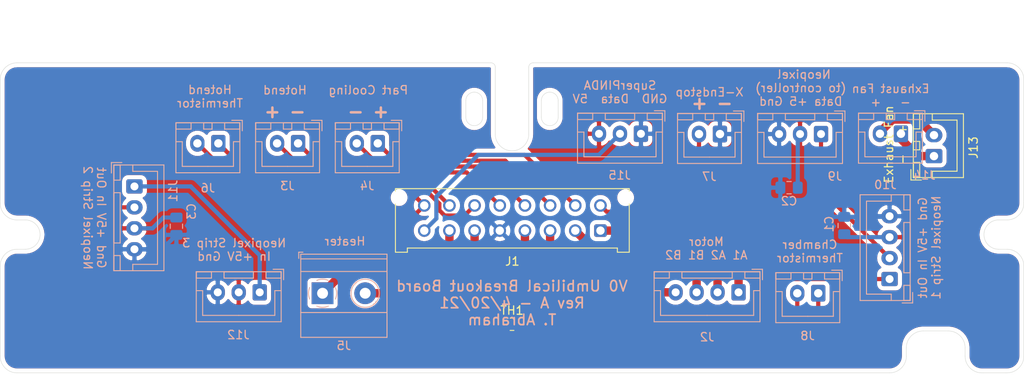
<source format=kicad_pcb>
(kicad_pcb (version 20171130) (host pcbnew "(5.1.10-1-10_14)")
  (layers (0 F.Cu signal) (31 B.Cu signal) (34 B.Paste user) (35 F.Paste user) (36 B.SilkS user) (37 F.SilkS user) (38 B.Mask user) (39 F.Mask user) (44 Edge.Cuts user))
  (net 0 "")
  (net 1 "Net-(J1-Pad14)")
  (net 2 "Net-(J1-Pad7)")
  (net 3 "Net-(J1-Pad6)")
  (net 4 "Net-(J8-Pad2)")
  (net 5 "Net-(J8-Pad1)")
  (net 6 /Hotend_Fan+)
  (net 7 /Hotend_Fan-)
  (net 8 /PartFan-)
  (net 9 /PartFan+)
  (net 10 /B2)
  (net 11 /B1)
  (net 12 /A2)
  (net 13 /A1)
  (net 14 Ground)
  (net 15 5V)
  (net 16 Data)
  (net 17 DataIn2)
  (net 18 DataOut2)
  (net 19 "Net-(J1-Pad15)")
  (net 20 "Net-(J1-Pad9)")
  (net 21 /Z-Endstop)
  (net 22 /ExhaustFan+)
  (net 23 /ExhaustFan-)
  (module Connector_JST:JST_XH_B4B-XH-A_1x04_P2.50mm_Vertical (layer B.Cu) (at 145 107.306 90)
    (fp_text reference J10 (at 11.25 -0.5 180) (layer B.SilkS) (effects (justify mirror)))
    (fp_text value "Neopixel Strip 1")
    (pad 4 thru_hole oval (at 7.5 0 90) (size 1.7 1.95) (drill 0.95) (layers *.Cu *.Mask) (net 14 Ground))
    (pad 3 thru_hole oval (at 5 0 90) (size 1.7 1.95) (drill 0.95) (layers *.Cu *.Mask) (net 15 5V))
    (pad 2 thru_hole oval (at 2.5 0 90) (size 1.7 1.95) (drill 0.95) (layers *.Cu *.Mask) (net 16 Data))
    (pad 1 thru_hole roundrect (at 0 0 90) (size 1.7 1.95) (drill 0.95) (layers *.Cu *.Mask) (roundrect_rratio 0.1470588235294118) (net 17 DataIn2))
  )
  (module Capacitor_SMD:C_0805_2012Metric_Pad1.18x1.45mm_HandSolder (layer B.Cu) (at 139.6 100.9185 90)
    (fp_text reference C1 (at 0.1625 -1.8 270) (layer B.SilkS) (effects (justify mirror)))
    (fp_text value C)
    (pad 2 smd roundrect (at 1.0375 0 90) (size 1.175 1.45) (layers B.Cu B.Paste B.Mask) (roundrect_rratio 0.2127659574468085) (net 14 Ground))
    (pad 1 smd roundrect (at -1.0375 0 90) (size 1.175 1.45) (layers B.Cu B.Paste B.Mask) (roundrect_rratio 0.2127659574468085) (net 15 5V))
  )
  (module Connector_JST:JST_XH_B3B-XH-A_1x03_P2.50mm_Vertical (layer B.Cu) (at 115.367 89.967 180)
    (fp_text reference J15 (at 2.54 -4.953) (layer B.SilkS) (effects (justify mirror)))
    (fp_text value SuperPINDA)
    (pad 3 thru_hole oval (at 5 0 180) (size 1.7 1.95) (drill 0.95) (layers *.Cu *.Mask) (net 15 5V))
    (pad 2 thru_hole oval (at 2.5 0 180) (size 1.7 1.95) (drill 0.95) (layers *.Cu *.Mask) (net 21 /Z-Endstop))
    (pad 1 thru_hole roundrect (at 0 0 180) (size 1.7 1.95) (drill 0.95) (layers *.Cu *.Mask) (roundrect_rratio 0.147059) (net 14 Ground))
  )
  (module Connector_JST:JST_XH_B2B-XH-A_1x02_P2.50mm_Vertical (layer B.Cu) (at 146.355 89.967 180)
    (fp_text reference J14 (at -2.794 -4.953) (layer B.SilkS) (effects (justify mirror)))
    (fp_text value "Exhaust Fan In")
    (pad 2 thru_hole oval (at 2.5 0 180) (size 1.7 2) (drill 1) (layers *.Cu *.Mask) (net 22 /ExhaustFan+))
    (pad 1 thru_hole roundrect (at 0 0 180) (size 1.7 2) (drill 1) (layers *.Cu *.Mask) (roundrect_rratio 0.147059) (net 23 /ExhaustFan-))
  )
  (module Connector_JST:JST_XH_B2B-XH-A_1x02_P2.50mm_Vertical (layer F.Cu) (at 150.292 92.634 90)
    (fp_text reference J13 (at 1.016 4.699 90) (layer F.SilkS))
    (fp_text value "Exhaust Fan Out")
    (pad 2 thru_hole oval (at 2.5 0 90) (size 1.7 2) (drill 1) (layers *.Cu *.Mask) (net 22 /ExhaustFan+))
    (pad 1 thru_hole roundrect (at 0 0 90) (size 1.7 2) (drill 1) (layers *.Cu *.Mask) (roundrect_rratio 0.147059) (net 23 /ExhaustFan-))
  )
  (module Connector_Molex:Molex_Micro-Fit_3.0_43045-1612_2x08_P3.00mm_Vertical (layer F.Cu) (at 110.541 101.524 180)
    (fp_text reference J1 (at 10.5 -3.67) (layer F.SilkS))
    (fp_text value Conn_02x08_Odd_Even)
    (pad 16 thru_hole circle (at 21 3 180) (size 1.5 1.5) (drill 1) (layers *.Cu *.Mask) (net 15 5V))
    (pad 15 thru_hole circle (at 18 3 180) (size 1.5 1.5) (drill 1) (layers *.Cu *.Mask) (net 19 "Net-(J1-Pad15)"))
    (pad 14 thru_hole circle (at 15 3 180) (size 1.5 1.5) (drill 1) (layers *.Cu *.Mask) (net 1 "Net-(J1-Pad14)"))
    (pad 13 thru_hole circle (at 12 3 180) (size 1.5 1.5) (drill 1) (layers *.Cu *.Mask) (net 6 /Hotend_Fan+))
    (pad 12 thru_hole circle (at 9 3 180) (size 1.5 1.5) (drill 1) (layers *.Cu *.Mask) (net 7 /Hotend_Fan-))
    (pad 11 thru_hole circle (at 6 3 180) (size 1.5 1.5) (drill 1) (layers *.Cu *.Mask) (net 8 /PartFan-))
    (pad 10 thru_hole circle (at 3 3 180) (size 1.5 1.5) (drill 1) (layers *.Cu *.Mask) (net 9 /PartFan+))
    (pad 9 thru_hole circle (at 0 3 180) (size 1.5 1.5) (drill 1) (layers *.Cu *.Mask) (net 20 "Net-(J1-Pad9)"))
    (pad 8 thru_hole circle (at 21 0 180) (size 1.5 1.5) (drill 1) (layers *.Cu *.Mask) (net 21 /Z-Endstop))
    (pad 7 thru_hole circle (at 18 0 180) (size 1.5 1.5) (drill 1) (layers *.Cu *.Mask) (net 2 "Net-(J1-Pad7)"))
    (pad 6 thru_hole circle (at 15 0 180) (size 1.5 1.5) (drill 1) (layers *.Cu *.Mask) (net 3 "Net-(J1-Pad6)"))
    (pad 5 thru_hole circle (at 12 0 180) (size 1.5 1.5) (drill 1) (layers *.Cu *.Mask) (net 14 Ground))
    (pad 4 thru_hole circle (at 9 0 180) (size 1.5 1.5) (drill 1) (layers *.Cu *.Mask) (net 10 /B2))
    (pad 3 thru_hole circle (at 6 0 180) (size 1.5 1.5) (drill 1) (layers *.Cu *.Mask) (net 11 /B1))
    (pad 2 thru_hole circle (at 3 0 180) (size 1.5 1.5) (drill 1) (layers *.Cu *.Mask) (net 12 /A2))
    (pad 1 thru_hole roundrect (at 0 0 180) (size 1.5 1.5) (drill 1) (layers *.Cu *.Mask) (roundrect_rratio 0.166667) (net 13 /A1))
    (pad "" np_thru_hole circle (at 24 3.94 180) (size 1 1) (drill 1) (layers *.Cu *.Mask))
    (pad "" np_thru_hole circle (at -3 3.94 180) (size 1 1) (drill 1) (layers *.Cu *.Mask))
  )
  (module Connector_JST:JST_XH_B3B-XH-A_1x03_P2.50mm_Vertical (layer B.Cu) (at 69.928 108.89 180)
    (fp_text reference J12 (at 2.54 -5.08) (layer B.SilkS) (effects (justify mirror)))
    (fp_text value "Neopixel Out")
    (pad 3 thru_hole oval (at 5 0 180) (size 1.7 1.95) (drill 0.95) (layers *.Cu *.Mask) (net 14 Ground))
    (pad 2 thru_hole oval (at 2.5 0 180) (size 1.7 1.95) (drill 0.95) (layers *.Cu *.Mask) (net 15 5V))
    (pad 1 thru_hole roundrect (at 0 0 180) (size 1.7 1.95) (drill 0.95) (layers *.Cu *.Mask) (roundrect_rratio 0.1470588235294118) (net 18 DataOut2))
  )
  (module Capacitor_SMD:C_0805_2012Metric_Pad1.18x1.45mm_HandSolder (layer B.Cu) (at 60 101 270)
    (fp_text reference C3 (at -1.762 -1.8 270) (layer B.SilkS) (effects (justify mirror)))
    (fp_text value C)
    (pad 2 smd roundrect (at 1.0375 0 270) (size 1.175 1.45) (layers B.Cu B.Paste B.Mask) (roundrect_rratio 0.2127659574468085) (net 14 Ground))
    (pad 1 smd roundrect (at -1.0375 0 270) (size 1.175 1.45) (layers B.Cu B.Paste B.Mask) (roundrect_rratio 0.2127659574468085) (net 15 5V))
  )
  (module Capacitor_SMD:C_0805_2012Metric_Pad1.18x1.45mm_HandSolder (layer B.Cu) (at 133.02 96.4 180)
    (fp_text reference C2 (at 0 -1.6) (layer B.SilkS) (effects (justify mirror)))
    (fp_text value C)
    (pad 2 smd roundrect (at 1.0375 0 180) (size 1.175 1.45) (layers B.Cu B.Paste B.Mask) (roundrect_rratio 0.2127659574468085) (net 14 Ground))
    (pad 1 smd roundrect (at -1.0375 0 180) (size 1.175 1.45) (layers B.Cu B.Paste B.Mask) (roundrect_rratio 0.2127659574468085) (net 15 5V))
  )
  (module Connector_JST:JST_XH_B4B-XH-A_1x04_P2.50mm_Vertical (layer B.Cu) (at 55 96.25 270)
    (fp_text reference J11 (at 0.55 -4.6 90) (layer B.SilkS) (effects (justify mirror)))
    (fp_text value "Neopixel Strip 1")
    (pad 4 thru_hole oval (at 7.5 0 270) (size 1.7 1.95) (drill 0.95) (layers *.Cu *.Mask) (net 14 Ground))
    (pad 3 thru_hole oval (at 5 0 270) (size 1.7 1.95) (drill 0.95) (layers *.Cu *.Mask) (net 15 5V))
    (pad 2 thru_hole oval (at 2.5 0 270) (size 1.7 1.95) (drill 0.95) (layers *.Cu *.Mask) (net 17 DataIn2))
    (pad 1 thru_hole roundrect (at 0 0 270) (size 1.7 1.95) (drill 0.95) (layers *.Cu *.Mask) (roundrect_rratio 0.1470588235294118) (net 18 DataOut2))
  )
  (module Connector_JST:JST_XH_B3B-XH-A_1x03_P2.50mm_Vertical (layer B.Cu) (at 136.83 90 180)
    (fp_text reference J9 (at -1.651 -5.047 180) (layer B.SilkS) (effects (justify mirror)))
    (fp_text value "Neopixel (from controller)")
    (pad 3 thru_hole oval (at 5 0 180) (size 1.7 1.95) (drill 0.95) (layers *.Cu *.Mask) (net 14 Ground))
    (pad 2 thru_hole oval (at 2.5 0 180) (size 1.7 1.95) (drill 0.95) (layers *.Cu *.Mask) (net 15 5V))
    (pad 1 thru_hole roundrect (at 0 0 180) (size 1.7 1.95) (drill 0.95) (layers *.Cu *.Mask) (roundrect_rratio 0.1470588235294118) (net 16 Data))
  )
  (module TerminalBlock_Phoenix:TerminalBlock_Phoenix_MKDS-1,5-2-5.08_1x02_P5.08mm_Horizontal (layer B.Cu) (at 77.42 109)
    (fp_text reference J5 (at 2.54 6.26) (layer B.SilkS) (effects (justify mirror)))
    (fp_text value Heater)
    (pad 2 thru_hole circle (at 5.08 0) (size 2.6 2.6) (drill 1.3) (layers *.Cu *.Mask) (net 3 "Net-(J1-Pad6)"))
    (pad 1 thru_hole rect (at 0 0) (size 2.6 2.6) (drill 1.3) (layers *.Cu *.Mask) (net 2 "Net-(J1-Pad7)"))
  )
  (module Connector_JST:JST_XH_B4B-XH-A_1x04_P2.50mm_Vertical (layer B.Cu) (at 127 108.89 180)
    (fp_text reference J2 (at 3.75 -5.34) (layer B.SilkS) (effects (justify mirror)))
    (fp_text value Motor)
    (pad 4 thru_hole oval (at 7.5 0 180) (size 1.7 1.95) (drill 0.95) (layers *.Cu *.Mask) (net 10 /B2))
    (pad 3 thru_hole oval (at 5 0 180) (size 1.7 1.95) (drill 0.95) (layers *.Cu *.Mask) (net 11 /B1))
    (pad 2 thru_hole oval (at 2.5 0 180) (size 1.7 1.95) (drill 0.95) (layers *.Cu *.Mask) (net 12 /A2))
    (pad 1 thru_hole roundrect (at 0 0 180) (size 1.7 1.95) (drill 0.95) (layers *.Cu *.Mask) (roundrect_rratio 0.1470588235294118) (net 13 /A1))
  )
  (module Connector_JST:JST_XH_B2B-XH-A_1x02_P2.50mm_Vertical (layer B.Cu) (at 136.5 109 180)
    (fp_text reference J8 (at 1.27 -5.08) (layer B.SilkS) (effects (justify mirror)))
    (fp_text value "Chamber Thermistor")
    (pad 2 thru_hole oval (at 2.5 0 180) (size 1.7 2) (drill 1) (layers *.Cu *.Mask) (net 4 "Net-(J8-Pad2)"))
    (pad 1 thru_hole roundrect (at 0 0 180) (size 1.7 2) (drill 1) (layers *.Cu *.Mask) (roundrect_rratio 0.1470588235294118) (net 5 "Net-(J8-Pad1)"))
  )
  (module Connector_JST:JST_XH_B2B-XH-A_1x02_P2.50mm_Vertical (layer B.Cu) (at 124.786 90 180)
    (fp_text reference J7 (at 1.27 -5.08) (layer B.SilkS) (effects (justify mirror)))
    (fp_text value X-Endstop)
    (pad 2 thru_hole oval (at 2.5 0 180) (size 1.7 2) (drill 1) (layers *.Cu *.Mask) (net 20 "Net-(J1-Pad9)"))
    (pad 1 thru_hole roundrect (at 0 0 180) (size 1.7 2) (drill 1) (layers *.Cu *.Mask) (roundrect_rratio 0.1470588235294118) (net 14 Ground))
  )
  (module Connector_JST:JST_XH_B2B-XH-A_1x02_P2.50mm_Vertical (layer B.Cu) (at 65 91.11 180)
    (fp_text reference J6 (at 1.25 -5.34) (layer B.SilkS) (effects (justify mirror)))
    (fp_text value Thermistor)
    (pad 2 thru_hole oval (at 2.5 0 180) (size 1.7 2) (drill 1) (layers *.Cu *.Mask) (net 1 "Net-(J1-Pad14)"))
    (pad 1 thru_hole roundrect (at 0 0 180) (size 1.7 2) (drill 1) (layers *.Cu *.Mask) (roundrect_rratio 0.1470588235294118) (net 19 "Net-(J1-Pad15)"))
  )
  (module Connector_JST:JST_XH_B2B-XH-A_1x02_P2.50mm_Vertical (layer B.Cu) (at 84 91.11 180)
    (fp_text reference J4 (at 1.27 -5.08) (layer B.SilkS) (effects (justify mirror)))
    (fp_text value "Part Cooling Fan")
    (pad 2 thru_hole oval (at 2.5 0 180) (size 1.7 2) (drill 1) (layers *.Cu *.Mask) (net 8 /PartFan-))
    (pad 1 thru_hole roundrect (at 0 0 180) (size 1.7 2) (drill 1) (layers *.Cu *.Mask) (roundrect_rratio 0.1470588235294118) (net 9 /PartFan+))
  )
  (module Connector_JST:JST_XH_B2B-XH-A_1x02_P2.50mm_Vertical (layer B.Cu) (at 74.5 91.11 180)
    (fp_text reference J3 (at 1.27 -5.08) (layer B.SilkS) (effects (justify mirror)))
    (fp_text value "Hotend Fan")
    (pad 2 thru_hole oval (at 2.5 0 180) (size 1.7 2) (drill 1) (layers *.Cu *.Mask) (net 6 /Hotend_Fan+))
    (pad 1 thru_hole roundrect (at 0 0 180) (size 1.7 2) (drill 1) (layers *.Cu *.Mask) (roundrect_rratio 0.1470588235294118) (net 7 /Hotend_Fan-))
  )
  (module Resistor_SMD:R_0805_2012Metric_Pad1.20x1.40mm_HandSolder (layer F.Cu) (at 100 112.7)
    (fp_text reference TH1 (at 0 -1.65) (layer F.SilkS))
    (fp_text value Thermistor)
    (pad 2 smd roundrect (at 1 0) (size 1.2 1.4) (layers F.Cu F.Paste F.Mask) (roundrect_rratio 0.2083325) (net 4 "Net-(J8-Pad2)"))
    (pad 1 smd roundrect (at -1 0) (size 1.2 1.4) (layers F.Cu F.Paste F.Mask) (roundrect_rratio 0.2083325) (net 5 "Net-(J8-Pad1)"))
  )
  (gr_text "Exhaust Fan\n-   +" (at 145.72 91.237 90) (layer F.SilkS) (effects (font (size 1 1))))
  (gr_text "Exhaust Fan\n-   +" (at 145.126 85.395) (layer B.SilkS) (effects (font (size 1 1)) (justify mirror)))
  (gr_text "SuperPINDA\nGND  Data  5V" (at 112.868 85) (layer B.SilkS) (effects (font (size 1 1)) (justify mirror)))
  (gr_text "Neopixel \n(to controller)\nData +5 Gnd" (at 134.417 84.5) (layer B.SilkS) (effects (font (size 1 1)) (justify mirror)))
  (gr_text "Gnd +5V In Out\nNeopixel Strip 1" (at 149.75 103.556 90) (layer B.SilkS) (effects (font (size 1 1)) (justify mirror)))
  (gr_text "Neopixel Strip 3\nIn +5V Gnd" (at 66.88 103.81) (layer B.SilkS) (effects (font (size 1 1)) (justify mirror)))
  (gr_text "Motor\nA1 A2 B1 B2" (at 123.16 103.65) (layer B.SilkS) (effects (font (size 1 1)) (justify mirror)))
  (gr_text "Gnd +5V In Out\nNeopixel Strip 2" (at 50.25 100 -90) (layer B.SilkS) (effects (font (size 1 1)) (justify mirror)))
  (gr_text "V0 Umbilical Breakout Board\nRev A - 4/20/21\nT. Abraham" (at 100 110.16) (layer B.SilkS) (effects (font (size 1.25 1.25) (thickness 0.2)) (justify mirror)))
  (gr_text "- +" (at 123.846 86.3) (layer B.SilkS) (effects (font (size 1.5 1.5) (thickness 0.3)) (justify mirror)))
  (gr_text "- +" (at 72.94 87.3) (layer B.SilkS) (effects (font (size 1.5 1.5) (thickness 0.3)) (justify mirror)))
  (gr_text "+ -" (at 82.87 87.3) (layer B.SilkS) (effects (font (size 1.5 1.5) (thickness 0.3)) (justify mirror)))
  (gr_text "Chamber\nThermistor" (at 135.5 104) (layer B.SilkS) (effects (font (size 1 1)) (justify mirror)))
  (gr_text X-Endstop (at 123.536 85) (layer B.SilkS) (effects (font (size 1 1)) (justify mirror)))
  (gr_text "Part Cooling" (at 82.87 84.76) (layer B.SilkS) (effects (font (size 1 1)) (justify mirror)))
  (gr_text Hotend (at 72.94 84.76) (layer B.SilkS) (effects (font (size 1 1)) (justify mirror)))
  (gr_text "Hotend\nThermistor" (at 64 85.522) (layer B.SilkS) (effects (font (size 1 1)) (justify mirror)))
  (gr_text Heater (at 80.088 102.794) (layer B.SilkS) (effects (font (size 1 1)) (justify mirror)))
  (gr_line (start 96.5 88) (end 96.5 86) (layer Edge.Cuts) (width 0.05))
  (gr_line (start 94.5 86) (end 94.5 88) (layer Edge.Cuts) (width 0.05))
  (gr_arc (start 95.5 86) (end 96.5 86) (angle -180) (layer Edge.Cuts) (width 0.05))
  (gr_arc (start 95.5 88) (end 94.5 88) (angle -180) (layer Edge.Cuts) (width 0.05))
  (gr_line (start 105.5 88) (end 105.5 86) (layer Edge.Cuts) (width 0.05))
  (gr_arc (start 104.5 88) (end 103.5 88) (angle -180) (layer Edge.Cuts) (width 0.05))
  (gr_line (start 103.5 86) (end 103.5 88) (layer Edge.Cuts) (width 0.05))
  (gr_arc (start 104.5 86) (end 105.5 86) (angle -180) (layer Edge.Cuts) (width 0.05))
  (gr_line (start 102 82) (end 102 90) (layer Edge.Cuts) (width 0.05))
  (gr_line (start 98 82) (end 98 90) (layer Edge.Cuts) (width 0.05))
  (gr_arc (start 97.5 82) (end 98 82) (angle -90) (layer Edge.Cuts) (width 0.05))
  (gr_arc (start 102.5 82) (end 102.5 81.5) (angle -90) (layer Edge.Cuts) (width 0.05))
  (gr_line (start 102.5 81.5) (end 159 81.5) (layer Edge.Cuts) (width 0.05))
  (gr_line (start 97.5 81.5) (end 41 81.5) (layer Edge.Cuts) (width 0.05))
  (gr_arc (start 100 90) (end 98 90) (angle -180) (layer Edge.Cuts) (width 0.05))
  (gr_arc (start 41 116.5) (end 39 116.5) (angle -90) (layer Edge.Cuts) (width 0.05))
  (gr_line (start 39 105.75) (end 39 116.5) (layer Edge.Cuts) (width 0.05))
  (gr_arc (start 41 105.75) (end 41 103.75) (angle -90) (layer Edge.Cuts) (width 0.05))
  (gr_line (start 41 103.75) (end 42 103.75) (layer Edge.Cuts) (width 0.05))
  (gr_arc (start 42 102) (end 42 103.75) (angle -180) (layer Edge.Cuts) (width 0.05))
  (gr_line (start 42 100.25) (end 41 100.25) (layer Edge.Cuts) (width 0.05))
  (gr_arc (start 41 98.25) (end 38.999999 98.25) (angle -90) (layer Edge.Cuts) (width 0.05))
  (gr_line (start 39 83.5) (end 39 98.25) (layer Edge.Cuts) (width 0.05))
  (gr_arc (start 41 83.5) (end 41 81.5) (angle -90) (layer Edge.Cuts) (width 0.05))
  (gr_arc (start 159 83.5) (end 161 83.5) (angle -90) (layer Edge.Cuts) (width 0.05))
  (gr_line (start 161 98.25) (end 161 83.5) (layer Edge.Cuts) (width 0.05))
  (gr_arc (start 159 98.25) (end 159 100.25) (angle -90) (layer Edge.Cuts) (width 0.05))
  (gr_line (start 159 100.25) (end 158 100.25) (layer Edge.Cuts) (width 0.05))
  (gr_arc (start 158 102) (end 158 100.25) (angle -180) (layer Edge.Cuts) (width 0.05))
  (gr_line (start 158 103.75) (end 159 103.75) (layer Edge.Cuts) (width 0.05))
  (gr_arc (start 159 105.75) (end 161 105.75) (angle -90) (layer Edge.Cuts) (width 0.05))
  (gr_line (start 161 116.5) (end 161 105.75) (layer Edge.Cuts) (width 0.05))
  (gr_arc (start 159 116.5) (end 159 118.5) (angle -90) (layer Edge.Cuts) (width 0.05))
  (gr_line (start 156 118.5) (end 159 118.5) (layer Edge.Cuts) (width 0.05))
  (gr_arc (start 156 116.5) (end 154 116.5) (angle -90) (layer Edge.Cuts) (width 0.05))
  (gr_line (start 154 116.5) (end 154 115.5) (layer Edge.Cuts) (width 0.05))
  (gr_arc (start 152 115.5) (end 154 115.5) (angle -90) (layer Edge.Cuts) (width 0.05))
  (gr_line (start 152 113.5) (end 149 113.5) (layer Edge.Cuts) (width 0.05))
  (gr_arc (start 149 115.5) (end 149 113.5) (angle -90) (layer Edge.Cuts) (width 0.05))
  (gr_line (start 147 115.5) (end 147 116.5) (layer Edge.Cuts) (width 0.05))
  (gr_arc (start 145 116.5) (end 145 118.5) (angle -90) (layer Edge.Cuts) (width 0.05))
  (gr_line (start 41 118.5) (end 145 118.5) (layer Edge.Cuts) (width 0.05))
  (segment (start 94.340999 99.724001) (end 95.541 98.524) (width 0.5) (layer F.Cu) (net 1))
  (segment (start 91.964999 99.724001) (end 94.340999 99.724001) (width 0.5) (layer F.Cu) (net 1))
  (segment (start 91.340999 99.100001) (end 91.964999 99.724001) (width 0.5) (layer F.Cu) (net 1))
  (segment (start 89.006393 95.979355) (end 91.340999 98.313961) (width 0.5) (layer F.Cu) (net 1))
  (segment (start 91.340999 98.313961) (end 91.340999 99.100001) (width 0.5) (layer F.Cu) (net 1))
  (segment (start 67.369355 95.979355) (end 89.006393 95.979355) (width 0.5) (layer F.Cu) (net 1))
  (segment (start 62.5 91.11) (end 67.369355 95.979355) (width 0.5) (layer F.Cu) (net 1))
  (segment (start 80.17 106.25) (end 77.42 109) (width 1) (layer F.Cu) (net 2))
  (segment (start 89.25 106.25) (end 80.17 106.25) (width 1) (layer F.Cu) (net 2))
  (segment (start 92.541 102.959) (end 89.25 106.25) (width 1) (layer F.Cu) (net 2))
  (segment (start 92.541 101.524) (end 92.541 102.959) (width 1) (layer F.Cu) (net 2))
  (segment (start 95.541 104.959) (end 91.5 109) (width 1) (layer F.Cu) (net 3))
  (segment (start 91.5 109) (end 82.5 109) (width 1) (layer F.Cu) (net 3))
  (segment (start 95.541 101.524) (end 95.541 104.959) (width 1) (layer F.Cu) (net 3))
  (segment (start 101 112.7) (end 101 113) (width 0.5) (layer F.Cu) (net 4))
  (segment (start 101 113) (end 102.29999 114.29999) (width 0.5) (layer F.Cu) (net 4))
  (segment (start 134 111.8) (end 131.50001 114.29999) (width 0.5) (layer F.Cu) (net 4))
  (segment (start 134 109) (end 134 111.8) (width 0.5) (layer F.Cu) (net 4))
  (segment (start 102.29999 114.29999) (end 131.50001 114.29999) (width 0.5) (layer F.Cu) (net 4))
  (segment (start 99.6 115) (end 99 114.4) (width 0.5) (layer F.Cu) (net 5))
  (segment (start 134 115) (end 99.6 115) (width 0.5) (layer F.Cu) (net 5))
  (segment (start 99 114.4) (end 99 112.7) (width 0.5) (layer F.Cu) (net 5))
  (segment (start 136.5 112.5) (end 134 115) (width 0.5) (layer F.Cu) (net 5))
  (segment (start 136.5 109) (end 136.5 112.5) (width 0.5) (layer F.Cu) (net 5))
  (segment (start 75.469335 94.579335) (end 72 91.11) (width 0.5) (layer F.Cu) (net 6))
  (segment (start 94.596335 94.579335) (end 75.469335 94.579335) (width 0.5) (layer F.Cu) (net 6))
  (segment (start 98.541 98.524) (end 94.596335 94.579335) (width 0.5) (layer F.Cu) (net 6))
  (segment (start 77.269325 93.879325) (end 74.5 91.11) (width 0.5) (layer F.Cu) (net 7))
  (segment (start 96.896325 93.879325) (end 77.269325 93.879325) (width 0.5) (layer F.Cu) (net 7))
  (segment (start 101.541 98.524) (end 96.896325 93.879325) (width 0.5) (layer F.Cu) (net 7))
  (segment (start 99.196315 93.179315) (end 83.569315 93.179315) (width 0.5) (layer F.Cu) (net 8))
  (segment (start 83.569315 93.179315) (end 81.5 91.11) (width 0.5) (layer F.Cu) (net 8))
  (segment (start 104.541 98.524) (end 99.196315 93.179315) (width 0.5) (layer F.Cu) (net 8))
  (segment (start 85.369305 92.479305) (end 101.496305 92.479305) (width 0.5) (layer F.Cu) (net 9))
  (segment (start 101.496305 92.479305) (end 107.541 98.524) (width 0.5) (layer F.Cu) (net 9))
  (segment (start 84 91.11) (end 85.369305 92.479305) (width 0.5) (layer F.Cu) (net 9))
  (segment (start 107.39 108.89) (end 119.5 108.89) (width 1) (layer F.Cu) (net 10))
  (segment (start 101.541 103.041) (end 107.39 108.89) (width 1) (layer F.Cu) (net 10))
  (segment (start 101.541 101.524) (end 101.541 103.041) (width 1) (layer F.Cu) (net 10))
  (segment (start 107.9 106.4) (end 121.2 106.4) (width 1) (layer F.Cu) (net 11))
  (segment (start 122 107.2) (end 122 108.89) (width 1) (layer F.Cu) (net 11))
  (segment (start 121.2 106.4) (end 122 107.2) (width 1) (layer F.Cu) (net 11))
  (segment (start 104.541 103.041) (end 107.9 106.4) (width 1) (layer F.Cu) (net 11))
  (segment (start 104.541 101.524) (end 104.541 103.041) (width 1) (layer F.Cu) (net 11))
  (segment (start 124.5 107) (end 124.5 108.89) (width 1) (layer F.Cu) (net 12))
  (segment (start 121.31 103.81) (end 124.5 107) (width 1) (layer F.Cu) (net 12))
  (segment (start 109.827 103.81) (end 121.31 103.81) (width 1) (layer F.Cu) (net 12))
  (segment (start 107.541 101.524) (end 109.827 103.81) (width 1) (layer F.Cu) (net 12))
  (segment (start 127 106) (end 127 108.89) (width 1) (layer F.Cu) (net 13))
  (segment (start 122.5 101.5) (end 127 106) (width 1) (layer F.Cu) (net 13))
  (segment (start 122.476 101.524) (end 122.5 101.5) (width 1) (layer F.Cu) (net 13))
  (segment (start 110.541 101.524) (end 122.476 101.524) (width 1) (layer F.Cu) (net 13))
  (segment (start 58.2875 103.75) (end 60 102.0375) (width 0.5) (layer B.Cu) (net 14))
  (segment (start 55 103.75) (end 58.2875 103.75) (width 0.5) (layer B.Cu) (net 14))
  (segment (start 144.925 99.881) (end 145 99.806) (width 0.5) (layer B.Cu) (net 14))
  (segment (start 139.6 99.881) (end 144.925 99.881) (width 0.5) (layer B.Cu) (net 14))
  (segment (start 60 99.9625) (end 58.4375 99.9625) (width 0.5) (layer B.Cu) (net 15))
  (segment (start 57.15 101.25) (end 55 101.25) (width 0.5) (layer B.Cu) (net 15))
  (segment (start 58.4375 99.9625) (end 57.15 101.25) (width 0.5) (layer B.Cu) (net 15))
  (segment (start 144.65 101.956) (end 145 102.306) (width 0.5) (layer B.Cu) (net 15))
  (segment (start 134.33 96.1275) (end 134.0575 96.4) (width 0.5) (layer B.Cu) (net 15))
  (segment (start 139.95 102.306) (end 139.6 101.956) (width 0.5) (layer B.Cu) (net 15))
  (segment (start 145 102.306) (end 139.95 102.306) (width 0.5) (layer B.Cu) (net 15))
  (segment (start 134.0575 90.2725) (end 134.33 90) (width 0.5) (layer B.Cu) (net 15))
  (segment (start 134.0575 96.4) (end 134.0575 90.2725) (width 0.5) (layer B.Cu) (net 15))
  (segment (start 138.385 98.191) (end 145 104.806) (width 0.5) (layer F.Cu) (net 16))
  (segment (start 138.194 98) (end 138.385 98.191) (width 0.5) (layer F.Cu) (net 16))
  (segment (start 136.83 96.636) (end 138.385 98.191) (width 0.5) (layer F.Cu) (net 16))
  (segment (start 136.83 90) (end 136.83 96.636) (width 0.5) (layer F.Cu) (net 16))
  (segment (start 93.2 112.6) (end 55 112.6) (width 0.5) (layer F.Cu) (net 17))
  (segment (start 102.8 109.6) (end 96.2 109.6) (width 0.5) (layer F.Cu) (net 17))
  (segment (start 105.4 112.2) (end 102.8 109.6) (width 0.5) (layer F.Cu) (net 17))
  (segment (start 52.85 98.75) (end 55 98.75) (width 0.5) (layer F.Cu) (net 17))
  (segment (start 51.4 100.2) (end 52.85 98.75) (width 0.5) (layer F.Cu) (net 17))
  (segment (start 96.2 109.6) (end 93.2 112.6) (width 0.5) (layer F.Cu) (net 17))
  (segment (start 51.4 109) (end 51.4 100.2) (width 0.5) (layer F.Cu) (net 17))
  (segment (start 55 112.6) (end 51.4 109) (width 0.5) (layer F.Cu) (net 17))
  (segment (start 126.924 112.192) (end 103.124 112.192) (width 0.5) (layer F.Cu) (net 17))
  (segment (start 127.686 112.192) (end 126.924 112.192) (width 0.5) (layer F.Cu) (net 17))
  (segment (start 132.572 107.306) (end 127.686 112.192) (width 0.5) (layer F.Cu) (net 17))
  (segment (start 145 107.306) (end 132.572 107.306) (width 0.5) (layer F.Cu) (net 17))
  (segment (start 55 96.25) (end 61.706 96.25) (width 0.5) (layer B.Cu) (net 18))
  (segment (start 69.928 104.472) (end 69.928 108.89) (width 0.5) (layer B.Cu) (net 18))
  (segment (start 61.706 96.25) (end 69.928 104.472) (width 0.5) (layer B.Cu) (net 18))
  (segment (start 69.169345 95.279345) (end 65 91.11) (width 0.5) (layer F.Cu) (net 19))
  (segment (start 89.296345 95.279345) (end 69.169345 95.279345) (width 0.5) (layer F.Cu) (net 19))
  (segment (start 92.541 98.524) (end 89.296345 95.279345) (width 0.5) (layer F.Cu) (net 19))
  (segment (start 122.286 91.5) (end 122.286 90) (width 0.5) (layer F.Cu) (net 20))
  (segment (start 114.512001 99.273999) (end 122.286 91.5) (width 0.5) (layer F.Cu) (net 20))
  (segment (start 111.290999 99.273999) (end 114.512001 99.273999) (width 0.5) (layer F.Cu) (net 20))
  (segment (start 110.541 98.524) (end 111.290999 99.273999) (width 0.5) (layer F.Cu) (net 20))
  (segment (start 90.983 100.082) (end 89.541 101.524) (width 0.5) (layer B.Cu) (net 21))
  (segment (start 90.983 97.46) (end 90.983 100.082) (width 0.5) (layer B.Cu) (net 21))
  (segment (start 95.961161 92.481839) (end 90.983 97.46) (width 0.5) (layer B.Cu) (net 21))
  (segment (start 110.352161 92.481839) (end 95.961161 92.481839) (width 0.5) (layer B.Cu) (net 21))
  (segment (start 112.867 89.967) (end 110.352161 92.481839) (width 0.5) (layer B.Cu) (net 21))
  (segment (start 148.42499 88.26699) (end 150.292 90.134) (width 1) (layer F.Cu) (net 22))
  (segment (start 145.36149 88.26699) (end 148.42499 88.26699) (width 1) (layer F.Cu) (net 22))
  (segment (start 143.855 89.77348) (end 145.36149 88.26699) (width 1) (layer F.Cu) (net 22))
  (segment (start 143.855 89.967) (end 143.855 89.77348) (width 1) (layer F.Cu) (net 22))
  (segment (start 146.355 89.967) (end 146.355 90.602) (width 1) (layer F.Cu) (net 23))
  (segment (start 148.387 92.634) (end 150.292 92.634) (width 1) (layer F.Cu) (net 23))
  (segment (start 146.355 90.602) (end 148.387 92.634) (width 1) (layer F.Cu) (net 23))
  (zone (net 15) (net_name 5V) (layer F.Cu) (connect_pads (clearance 0.508)) (min_thickness 0.254) (fill yes (arc_segments 32) (thermal_gap 0.508) (thermal_bridge_width 0.508))
    (polygon (pts (xy 161 119) (xy 39 119) (xy 39 81) (xy 161 81)))
  )
  (zone (net 14) (net_name Ground) (layer B.Cu) (connect_pads (clearance 0.508)) (min_thickness 0.254) (fill yes (arc_segments 32) (thermal_gap 0.508) (thermal_bridge_width 0.508))
    (polygon (pts (xy 161 119) (xy 39 119) (xy 39 81) (xy 161 81)))
  )
  (zone (net 0) (net_name "") (layer F.Cu) (connect_pads (clearance 0.508)) (min_thickness 0.254)
    (keepout (tracks allowed) (vias allowed) (copperpour not_allowed))
    (fill (arc_segments 32) (thermal_gap 0.508) (thermal_bridge_width 0.508))
    (polygon (pts (xy 110.2 102.6) (xy 89.8 102.6) (xy 89.8 97.2) (xy 110.2 97.2)))
  )
)
</source>
